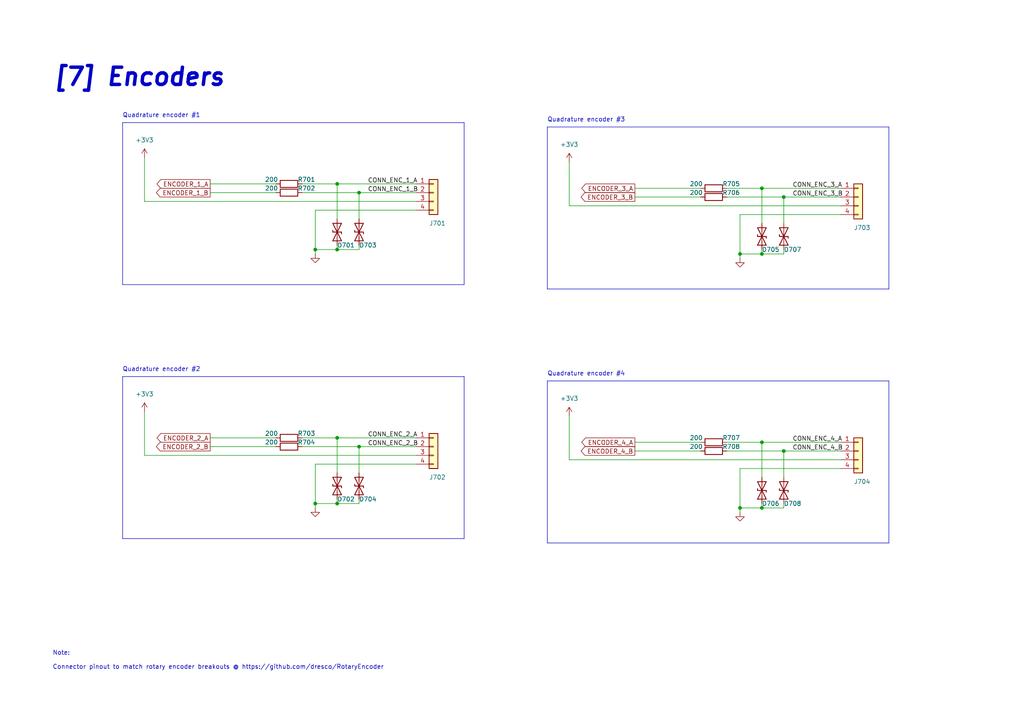
<source format=kicad_sch>
(kicad_sch (version 20230121) (generator eeschema)
  (paper "A4")
  (title_block (title "grblPANEL") (date "2022-12-12") (rev "0.1") (company "dresco"))
  (lib_symbols
    (symbol "Connector_Generic:Conn_01x04" (pin_names (offset 1.016) hide)
      (property "Reference" "J" (at 0 5.08 0))
      (property "Value" "Conn_01x04" (at 0 -7.62 0))
      (symbol "Conn_01x04_1_1"
        (rectangle (start -1.27 -4.953) (end 0 -5.207) (stroke (width 0.1524)))
        (rectangle (start -1.27 -2.413) (end 0 -2.667) (stroke (width 0.1524)))
        (rectangle (start -1.27 0.127) (end 0 -0.127) (stroke (width 0.1524)))
        (rectangle (start -1.27 2.667) (end 0 2.413) (stroke (width 0.1524)))
        (rectangle (start -1.27 3.81) (end 1.27 -6.35) (stroke (width 0.254)) (fill (type background)))
        (pin passive line (at -5.08 2.54 0) (length 3.81) (name "Pin_1") (number "1"))
        (pin passive line (at -5.08 0 0) (length 3.81) (name "Pin_2") (number "2"))
        (pin passive line (at -5.08 -2.54 0) (length 3.81) (name "Pin_3") (number "3"))
        (pin passive line (at -5.08 -5.08 0) (length 3.81) (name "Pin_4") (number "4"))
      )
    )
    (symbol "Device:D_TVS" (pin_numbers hide) (pin_names (offset 1.016) hide)
      (property "Reference" "D" (at 0 2.54 0))
      (property "Value" "D_TVS" (at 0 -2.54 0))
      (symbol "D_TVS_0_1"
        (polyline (pts (xy 1.27 0) (xy -1.27 0)))
        (polyline (pts (xy 0.508 1.27) (xy 0 1.27) (xy 0 -1.27) (xy -0.508 -1.27)) (stroke (width 0.254)))
        (polyline (pts (xy -2.54 1.27) (xy -2.54 -1.27) (xy 2.54 1.27) (xy 2.54 -1.27) (xy -2.54 1.27)) (stroke (width 0.254)))
      )
      (symbol "D_TVS_1_1"
        (pin passive line (at -3.81 0 0) (length 2.54) (name "A1") (number "1"))
        (pin passive line (at 3.81 0 180) (length 2.54) (name "A2") (number "2"))
      )
    )
    (symbol "Device:R" (pin_numbers hide) (pin_names (offset 0))
      (property "Reference" "R" (at 2.032 0 90))
      (property "Value" "R" (at 0 0 90))
      (symbol "R_0_1"
        (rectangle (start -1.016 -2.54) (end 1.016 2.54) (stroke (width 0.254)))
      )
      (symbol "R_1_1"
        (pin passive line (at 0 3.81 270) (length 1.27) (name "~") (number "1"))
        (pin passive line (at 0 -3.81 90) (length 1.27) (name "~") (number "2"))
      )
    )
    (symbol "power:+3V3" (power) (pin_names (offset 0))
      (property "Value" "+3V3" (at 0 3.556 0))
      (symbol "+3V3_0_1"
        (polyline (pts (xy -0.762 1.27) (xy 0 2.54)))
        (polyline (pts (xy 0 0) (xy 0 2.54)))
        (polyline (pts (xy 0 2.54) (xy 0.762 1.27)))
      )
      (symbol "+3V3_1_1"
        (pin power_in line (at 0 0 90) (length 0) hide (name "+3V3") (number "1"))
      )
    )
    (symbol "power:GND" (power) (pin_names (offset 0))
      (property "Value" "GND" (at 0 -3.81 0))
      (symbol "GND_0_1"
        (polyline (pts (xy 0 0) (xy 0 -1.27) (xy 1.27 -1.27) (xy 0 -2.54) (xy -1.27 -1.27) (xy 0 -1.27)))
      )
      (symbol "GND_1_1"
        (pin power_in line (at 0 0 270) (length 0) hide (name "GND") (number "1"))
      )
    )
  )
  (junction (at 104.14 129.54))
  (junction (at 214.63 147.32))
  (junction (at 220.98 128.27))
  (junction (at 214.63 73.66))
  (junction (at 97.79 127))
  (junction (at 220.98 73.66))
  (junction (at 227.33 130.81))
  (junction (at 220.98 147.32))
  (junction (at 91.44 146.05))
  (junction (at 97.79 53.34))
  (junction (at 104.14 55.88))
  (junction (at 91.44 72.39))
  (junction (at 220.98 54.61))
  (junction (at 97.79 146.05))
  (junction (at 227.33 57.15))
  (junction (at 97.79 72.39))
  (polyline (pts (xy 35.56 35.56) (xy 35.56 82.55)))
  (wire (pts (xy 227.33 130.81) (xy 227.33 138.43)))
  (wire (pts (xy 184.15 57.15) (xy 203.2 57.15)))
  (wire (pts (xy 41.91 119.38) (xy 41.91 132.08)))
  (wire (pts (xy 165.1 120.65) (xy 165.1 133.35)))
  (wire (pts (xy 87.63 55.88) (xy 104.14 55.88)))
  (wire (pts (xy 220.98 54.61) (xy 243.84 54.61)))
  (wire (pts (xy 91.44 60.96) (xy 120.65 60.96)))
  (polyline (pts (xy 257.81 83.82) (xy 158.75 83.82)))
  (polyline (pts (xy 35.56 109.22) (xy 35.56 156.21)))
  (wire (pts (xy 214.63 135.89) (xy 243.84 135.89)))
  (wire (pts (xy 227.33 130.81) (xy 243.84 130.81)))
  (wire (pts (xy 97.79 71.12) (xy 97.79 72.39)))
  (polyline (pts (xy 134.62 82.55) (xy 35.56 82.55)))
  (wire (pts (xy 91.44 147.32) (xy 91.44 146.05)))
  (polyline (pts (xy 158.75 36.83) (xy 257.81 36.83)))
  (wire (pts (xy 104.14 144.78) (xy 104.14 146.05)))
  (wire (pts (xy 220.98 147.32) (xy 214.63 147.32)))
  (wire (pts (xy 214.63 147.32) (xy 214.63 135.89)))
  (wire (pts (xy 227.33 57.15) (xy 227.33 64.77)))
  (wire (pts (xy 104.14 129.54) (xy 104.14 137.16)))
  (wire (pts (xy 165.1 59.69) (xy 243.84 59.69)))
  (wire (pts (xy 214.63 73.66) (xy 214.63 62.23)))
  (wire (pts (xy 104.14 71.12) (xy 104.14 72.39)))
  (polyline (pts (xy 158.75 110.49) (xy 257.81 110.49)))
  (polyline (pts (xy 35.56 109.22) (xy 134.62 109.22)))
  (wire (pts (xy 227.33 147.32) (xy 220.98 147.32)))
  (wire (pts (xy 104.14 146.05) (xy 97.79 146.05)))
  (polyline (pts (xy 257.81 110.49) (xy 257.81 157.48)))
  (polyline (pts (xy 134.62 156.21) (xy 35.56 156.21)))
  (wire (pts (xy 220.98 146.05) (xy 220.98 147.32)))
  (wire (pts (xy 60.96 127) (xy 80.01 127)))
  (wire (pts (xy 214.63 62.23) (xy 243.84 62.23)))
  (wire (pts (xy 104.14 129.54) (xy 120.65 129.54)))
  (polyline (pts (xy 134.62 109.22) (xy 134.62 156.21)))
  (wire (pts (xy 184.15 128.27) (xy 203.2 128.27)))
  (wire (pts (xy 220.98 128.27) (xy 243.84 128.27)))
  (polyline (pts (xy 134.62 35.56) (xy 134.62 82.55)))
  (wire (pts (xy 104.14 55.88) (xy 120.65 55.88)))
  (wire (pts (xy 91.44 72.39) (xy 91.44 60.96)))
  (wire (pts (xy 210.82 130.81) (xy 227.33 130.81)))
  (polyline (pts (xy 257.81 36.83) (xy 257.81 83.82)))
  (wire (pts (xy 97.79 144.78) (xy 97.79 146.05)))
  (wire (pts (xy 97.79 127) (xy 97.79 137.16)))
  (wire (pts (xy 87.63 53.34) (xy 97.79 53.34)))
  (polyline (pts (xy 158.75 110.49) (xy 158.75 157.48)))
  (wire (pts (xy 60.96 55.88) (xy 80.01 55.88)))
  (wire (pts (xy 97.79 127) (xy 120.65 127)))
  (wire (pts (xy 165.1 133.35) (xy 243.84 133.35)))
  (wire (pts (xy 60.96 53.34) (xy 80.01 53.34)))
  (wire (pts (xy 227.33 57.15) (xy 243.84 57.15)))
  (wire (pts (xy 91.44 146.05) (xy 91.44 134.62)))
  (wire (pts (xy 220.98 128.27) (xy 220.98 138.43)))
  (wire (pts (xy 210.82 128.27) (xy 220.98 128.27)))
  (wire (pts (xy 184.15 54.61) (xy 203.2 54.61)))
  (wire (pts (xy 87.63 129.54) (xy 104.14 129.54)))
  (wire (pts (xy 41.91 58.42) (xy 120.65 58.42)))
  (wire (pts (xy 210.82 57.15) (xy 227.33 57.15)))
  (wire (pts (xy 184.15 130.81) (xy 203.2 130.81)))
  (wire (pts (xy 165.1 46.99) (xy 165.1 59.69)))
  (polyline (pts (xy 35.56 35.56) (xy 134.62 35.56)))
  (wire (pts (xy 227.33 146.05) (xy 227.33 147.32)))
  (wire (pts (xy 91.44 73.66) (xy 91.44 72.39)))
  (polyline (pts (xy 158.75 36.83) (xy 158.75 83.82)))
  (wire (pts (xy 41.91 132.08) (xy 120.65 132.08)))
  (wire (pts (xy 91.44 134.62) (xy 120.65 134.62)))
  (wire (pts (xy 97.79 72.39) (xy 91.44 72.39)))
  (wire (pts (xy 220.98 54.61) (xy 220.98 64.77)))
  (wire (pts (xy 41.91 45.72) (xy 41.91 58.42)))
  (wire (pts (xy 210.82 54.61) (xy 220.98 54.61)))
  (polyline (pts (xy 257.81 157.48) (xy 158.75 157.48)))
  (wire (pts (xy 104.14 55.88) (xy 104.14 63.5)))
  (wire (pts (xy 104.14 72.39) (xy 97.79 72.39)))
  (wire (pts (xy 220.98 72.39) (xy 220.98 73.66)))
  (wire (pts (xy 227.33 73.66) (xy 220.98 73.66)))
  (wire (pts (xy 97.79 53.34) (xy 120.65 53.34)))
  (wire (pts (xy 97.79 146.05) (xy 91.44 146.05)))
  (wire (pts (xy 214.63 74.93) (xy 214.63 73.66)))
  (wire (pts (xy 227.33 72.39) (xy 227.33 73.66)))
  (wire (pts (xy 220.98 73.66) (xy 214.63 73.66)))
  (wire (pts (xy 60.96 129.54) (xy 80.01 129.54)))
  (wire (pts (xy 87.63 127) (xy 97.79 127)))
  (wire (pts (xy 97.79 53.34) (xy 97.79 63.5)))
  (wire (pts (xy 214.63 148.59) (xy 214.63 147.32)))
  (text "Quadrature encoder #3" (at 158.75 35.56 0) (effects (font (size 1.27 1.27)) (justify left bottom)))
  (text "Quadrature encoder #1" (at 35.56 34.29 0) (effects (font (size 1.27 1.27)) (justify left bottom)))
  (text "[7] Encoders" (at 15.24 25.4 0) (effects (font (size 5 5) (thickness 1) bold italic) (justify left bottom)))
  (text "Quadrature encoder #4" (at 158.75 109.22 0) (effects (font (size 1.27 1.27)) (justify left bottom)))
  (text "Quadrature encoder #2" (at 35.56 107.95 0) (effects (font (size 1.27 1.27)) (justify left bottom)))
  (text "Note:\n\nConnector pinout to match rotary encoder breakouts @ https://github.com/dresco/RotaryEncoder" (at 15.24 194.31 0) (effects (font (size 1.27 1.27)) (justify left bottom)))
  (label "CONN_ENC_2_B" (at 106.68 129.54 0))
  (label "CONN_ENC_1_B" (at 106.68 55.88 0))
  (label "CONN_ENC_3_A" (at 229.87 54.61 0))
  (label "CONN_ENC_1_A" (at 106.68 53.34 0))
  (label "CONN_ENC_4_B" (at 229.87 130.81 0))
  (label "CONN_ENC_3_B" (at 229.87 57.15 0))
  (label "CONN_ENC_2_A" (at 106.68 127 0))
  (label "CONN_ENC_4_A" (at 229.87 128.27 0))
  (global_label "ENCODER_4_B" (shape output) (at 184.15 130.81 180) (property "Intersheetrefs" "${INTERSHEET_REFS}" (effects hide)))
  (global_label "ENCODER_3_A" (shape output) (at 184.15 54.61 180) (property "Intersheetrefs" "${INTERSHEET_REFS}" (effects hide)))
  (global_label "ENCODER_1_A" (shape output) (at 60.96 53.34 180) (property "Intersheetrefs" "${INTERSHEET_REFS}" (effects hide)))
  (global_label "ENCODER_2_A" (shape output) (at 60.96 127 180) (property "Intersheetrefs" "${INTERSHEET_REFS}" (effects hide)))
  (global_label "ENCODER_3_B" (shape output) (at 184.15 57.15 180) (property "Intersheetrefs" "${INTERSHEET_REFS}" (effects hide)))
  (global_label "ENCODER_1_B" (shape output) (at 60.96 55.88 180) (property "Intersheetrefs" "${INTERSHEET_REFS}" (effects hide)))
  (global_label "ENCODER_4_A" (shape output) (at 184.15 128.27 180) (property "Intersheetrefs" "${INTERSHEET_REFS}" (effects hide)))
  (global_label "ENCODER_2_B" (shape output) (at 60.96 129.54 180) (property "Intersheetrefs" "${INTERSHEET_REFS}" (effects hide)))
  (symbol (lib_id "Device:D_TVS") (at 104.14 67.31 90) (unit 1)
    (property "Reference" "D703" (at 104.14 71.12 90) (effects (justify right)))
    (property "Value" "D_TVS" (effects hide))
    (property "Footprint" "Diode_SMD:D_SOD-323" (effects hide))
  )
  (symbol (lib_id "Device:R") (at 207.01 57.15 90) (unit 1)
    (property "Reference" "R706" (at 212.09 55.88 90))
    (property "Value" "200" (at 201.93 55.88 90))
    (property "Footprint" "Resistor_SMD:R_0603_1608Metric" (effects hide))
  )
  (symbol (lib_id "power:GND") (at 91.44 147.32 0) (unit 1)
    (property "Reference" "#PWR0704" (effects hide))
    (property "Value" "GND" (effects hide))
  )
  (symbol (lib_id "power:+3V3") (at 165.1 120.65 0) (unit 1)
    (property "Reference" "#PWR0706" (effects hide))
    (property "Value" "+3V3" (at 165.1 115.57 0))
  )
  (symbol (lib_id "Device:D_TVS") (at 97.79 67.31 90) (unit 1)
    (property "Reference" "D701" (at 97.79 71.12 90) (effects (justify right)))
    (property "Value" "D_TVS" (effects hide))
    (property "Footprint" "Diode_SMD:D_SOD-323" (effects hide))
  )
  (symbol (lib_id "Device:R") (at 83.82 127 90) (unit 1)
    (property "Reference" "R703" (at 88.9 125.73 90))
    (property "Value" "200" (at 78.74 125.73 90))
    (property "Footprint" "Resistor_SMD:R_0603_1608Metric" (effects hide))
  )
  (symbol (lib_id "Device:D_TVS") (at 104.14 140.97 90) (unit 1)
    (property "Reference" "D704" (at 104.14 144.78 90) (effects (justify right)))
    (property "Value" "D_TVS" (effects hide))
    (property "Footprint" "Diode_SMD:D_SOD-323" (effects hide))
  )
  (symbol (lib_id "Device:R") (at 83.82 55.88 90) (unit 1)
    (property "Reference" "R702" (at 88.9 54.61 90))
    (property "Value" "200" (at 78.74 54.61 90))
    (property "Footprint" "Resistor_SMD:R_0603_1608Metric" (effects hide))
  )
  (symbol (lib_id "Connector_Generic:Conn_01x04") (at 248.92 130.81 0) (unit 1)
    (property "Reference" "J704" (at 247.65 139.7 0) (effects (justify left)))
    (property "Value" "Conn_01x04" (effects hide))
    (property "Footprint" "TerminalBlock_Phoenix:TerminalBlock_Phoenix_PT-1,5-4-3.5-H_1x04_P3.50mm_Horizontal" (effects hide))
  )
  (symbol (lib_id "power:+3V3") (at 41.91 119.38 0) (unit 1)
    (property "Reference" "#PWR0702" (effects hide))
    (property "Value" "+3V3" (at 41.91 114.3 0))
  )
  (symbol (lib_id "Device:R") (at 207.01 130.81 90) (unit 1)
    (property "Reference" "R708" (at 212.09 129.54 90))
    (property "Value" "200" (at 201.93 129.54 90))
    (property "Footprint" "Resistor_SMD:R_0603_1608Metric" (effects hide))
  )
  (symbol (lib_id "Device:R") (at 83.82 129.54 90) (unit 1)
    (property "Reference" "R704" (at 88.9 128.27 90))
    (property "Value" "200" (at 78.74 128.27 90))
    (property "Footprint" "Resistor_SMD:R_0603_1608Metric" (effects hide))
  )
  (symbol (lib_id "Device:D_TVS") (at 97.79 140.97 90) (unit 1)
    (property "Reference" "D702" (at 97.79 144.78 90) (effects (justify right)))
    (property "Value" "D_TVS" (effects hide))
    (property "Footprint" "Diode_SMD:D_SOD-323" (effects hide))
  )
  (symbol (lib_id "Connector_Generic:Conn_01x04") (at 248.92 57.15 0) (unit 1)
    (property "Reference" "J703" (at 247.65 66.04 0) (effects (justify left)))
    (property "Value" "Conn_01x04" (effects hide))
    (property "Footprint" "TerminalBlock_Phoenix:TerminalBlock_Phoenix_PT-1,5-4-3.5-H_1x04_P3.50mm_Horizontal" (effects hide))
  )
  (symbol (lib_id "Device:R") (at 207.01 54.61 90) (unit 1)
    (property "Reference" "R705" (at 212.09 53.34 90))
    (property "Value" "200" (at 201.93 53.34 90))
    (property "Footprint" "Resistor_SMD:R_0603_1608Metric" (effects hide))
  )
  (symbol (lib_id "power:GND") (at 91.44 73.66 0) (unit 1)
    (property "Reference" "#PWR0703" (effects hide))
    (property "Value" "GND" (effects hide))
  )
  (symbol (lib_id "Device:R") (at 207.01 128.27 90) (unit 1)
    (property "Reference" "R707" (at 212.09 127 90))
    (property "Value" "200" (at 201.93 127 90))
    (property "Footprint" "Resistor_SMD:R_0603_1608Metric" (effects hide))
  )
  (symbol (lib_id "Connector_Generic:Conn_01x04") (at 125.73 129.54 0) (unit 1)
    (property "Reference" "J702" (at 124.46 138.43 0) (effects (justify left)))
    (property "Value" "Conn_01x04" (effects hide))
    (property "Footprint" "TerminalBlock_Phoenix:TerminalBlock_Phoenix_PT-1,5-4-3.5-H_1x04_P3.50mm_Horizontal" (effects hide))
  )
  (symbol (lib_id "power:+3V3") (at 165.1 46.99 0) (unit 1)
    (property "Reference" "#PWR0705" (effects hide))
    (property "Value" "+3V3" (at 165.1 41.91 0))
  )
  (symbol (lib_id "Device:D_TVS") (at 220.98 142.24 90) (unit 1)
    (property "Reference" "D706" (at 220.98 146.05 90) (effects (justify right)))
    (property "Value" "D_TVS" (effects hide))
    (property "Footprint" "Diode_SMD:D_SOD-323" (effects hide))
  )
  (symbol (lib_id "Device:D_TVS") (at 227.33 142.24 90) (unit 1)
    (property "Reference" "D708" (at 227.33 146.05 90) (effects (justify right)))
    (property "Value" "D_TVS" (effects hide))
    (property "Footprint" "Diode_SMD:D_SOD-323" (effects hide))
  )
  (symbol (lib_id "Device:D_TVS") (at 227.33 68.58 90) (unit 1)
    (property "Reference" "D707" (at 227.33 72.39 90) (effects (justify right)))
    (property "Value" "D_TVS" (effects hide))
    (property "Footprint" "Diode_SMD:D_SOD-323" (effects hide))
  )
  (symbol (lib_id "Device:R") (at 83.82 53.34 90) (unit 1)
    (property "Reference" "R701" (at 88.9 52.07 90))
    (property "Value" "200" (at 78.74 52.07 90))
    (property "Footprint" "Resistor_SMD:R_0603_1608Metric" (effects hide))
  )
  (symbol (lib_id "Device:D_TVS") (at 220.98 68.58 90) (unit 1)
    (property "Reference" "D705" (at 220.98 72.39 90) (effects (justify right)))
    (property "Value" "D_TVS" (effects hide))
    (property "Footprint" "Diode_SMD:D_SOD-323" (effects hide))
  )
  (symbol (lib_id "Connector_Generic:Conn_01x04") (at 125.73 55.88 0) (unit 1)
    (property "Reference" "J701" (at 124.46 64.77 0) (effects (justify left)))
    (property "Value" "Conn_01x04" (effects hide))
    (property "Footprint" "TerminalBlock_Phoenix:TerminalBlock_Phoenix_PT-1,5-4-3.5-H_1x04_P3.50mm_Horizontal" (effects hide))
  )
  (symbol (lib_id "power:GND") (at 214.63 148.59 0) (unit 1)
    (property "Reference" "#PWR0708" (effects hide))
    (property "Value" "GND" (effects hide))
  )
  (symbol (lib_id "power:+3V3") (at 41.91 45.72 0) (unit 1)
    (property "Reference" "#PWR0701" (effects hide))
    (property "Value" "+3V3" (at 41.91 40.64 0))
  )
  (symbol (lib_id "power:GND") (at 214.63 74.93 0) (unit 1)
    (property "Reference" "#PWR0707" (effects hide))
    (property "Value" "GND" (effects hide))
  )
)
</source>
